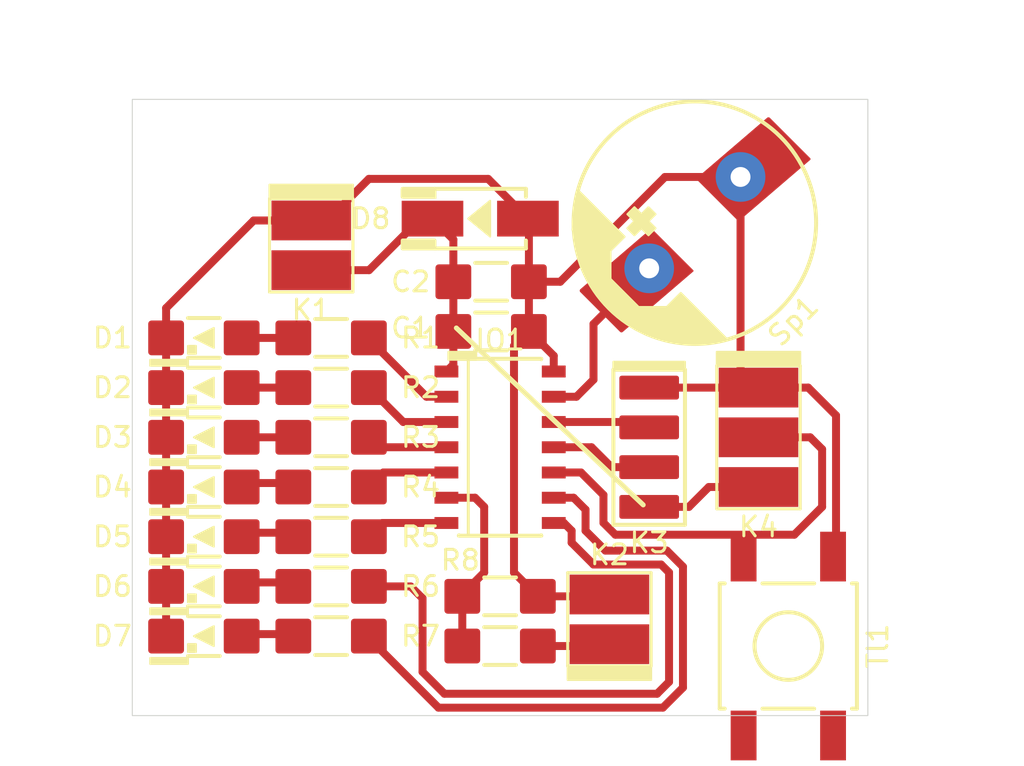
<source format=kicad_pcb>
(kicad_pcb (version 20240108) (generator "pcbnew") (generator_version "8.0")
  (layers (0 "F.Cu" signal) (31 "B.Cu" signal) (34 "B.Paste" user) (35 "F.Paste" user) (36 "B.SilkS" user "B.Silkscreen") (37 "F.SilkS" user "F.Silkscreen") (38 "B.Mask" user) (39 "F.Mask" user) (44 "Edge.Cuts" user))
  (net 0 "")
  (net 1 "GNDD")
  (net 2 "+5V")
  (net 3 "Net-(D1-A)")
  (net 4 "Net-(D2-A)")
  (net 5 "Net-(D3-A)")
  (net 6 "Net-(D4-A)")
  (net 7 "Net-(D5-A)")
  (net 8 "Net-(D6-A)")
  (net 9 "Net-(D7-A)")
  (net 10 "/LED1")
  (net 11 "/LED4")
  (net 12 "/LED2")
  (net 13 "/RxD")
  (net 14 "/LED3")
  (net 15 "/PIP")
  (net 16 "/UPDI+TL")
  (net 17 "/TxD")
  (net 18 "/LED6")
  (net 19 "/LED5")
  (net 20 "/LED0")
  (net 21 "Net-(K2-Pin_1)")
  (net 22 "/ADC")
  (footprint "_konektory:kon-1x2-s2x4" (layer "F.Cu") (at 96 56.0925)
    (property "Reference" "K1" (at 0 4.5 0) (layer "F.SilkS"))
    (property "Value" "dnp")
    (fp_line (start -2.1 -1.1) (end 2.1 -1.1) (stroke (width 0.15)) (layer "F.SilkS"))
    (fp_line (start -2.1 3.6) (end -2.1 -1.1) (stroke (width 0.15)) (layer "F.SilkS"))
    (fp_line (start 2.1 -1.1) (end 2.1 3.6) (stroke (width 0.15)) (layer "F.SilkS"))
    (fp_line (start 2.1 3.6) (end -2.1 3.6) (stroke (width 0.15)) (layer "F.SilkS"))
    (fp_poly (pts (xy 2.1 -1.1) (xy 2.1 -1.8) (xy -2.1 -1.8) (xy -2.1 -1.1)) (stroke (width 0.1)) (fill solid) (layer "F.SilkS"))
    (pad "1" smd rect (at 0 0) (size 4 2) (layers "F.Cu" "F.Paste" "F.Mask") (net 1 "GNDD"))
    (pad "2" smd rect (at 0 2.5) (size 4 2) (layers "F.Cu" "F.Paste" "F.Mask") (net 2 "+5V"))
  )
  (footprint "_pasivni:R_1206-hand" (layer "F.Cu") (at 105.05 59.175 180)
    (property "Reference" "C2" (at 4.05 0 0) (layer "F.SilkS"))
    (property "Value" "10µ")
    (fp_line (start -0.8 0.95) (end 0.8 0.95) (stroke (width 0.2)) (layer "F.SilkS"))
    (fp_line (start -0.8 -0.95) (end 0.8 -0.95) (stroke (width 0.2)) (layer "F.SilkS"))
    (pad "1" smd roundrect (at -1.9 0 180) (size 1.8 1.75) (layers "F.Cu" "F.Paste" "F.Mask") (roundrect_rratio 0.094) (net 1 "GNDD"))
    (pad "2" smd roundrect (at 1.9 0 180) (size 1.8 1.75) (layers "F.Cu" "F.Paste" "F.Mask") (roundrect_rratio 0.094) (net 2 "+5V"))
  )
  (footprint "_diskretni:LED1206-hand" (layer "F.Cu") (at 90.6 77)
    (property "Reference" "D7" (at -4.6 0 0) (layer "F.SilkS"))
    (property "Value" "Y")
    (fp_line (start -0.8 -1) (end 0.8 -1) (stroke (width 0.2)) (layer "F.SilkS"))
    (fp_line (start -0.8 1) (end 0.8 1) (stroke (width 0.2)) (layer "F.SilkS"))
    (fp_poly (pts (xy 0.5 -0.5) (xy 0.5 0.5) (xy -0.5 0)) (stroke (width 0.1)) (fill solid) (layer "F.SilkS"))
    (fp_poly (pts (xy -0.8 1.4) (xy -0.8 1.1) (xy -2.7 1.1) (xy -2.7 1.4)) (stroke (width 0.1)) (fill solid) (layer "F.SilkS"))
    (fp_poly (pts (xy -0.4 0.8) (xy -0.8 0.8) (xy -0.8 0.4) (xy -0.4 0.4)) (stroke (width 0.1)) (fill solid) (layer "F.SilkS"))
    (pad "1" smd roundrect (at -1.9 0) (size 1.8 1.75) (layers "F.Cu" "F.Paste" "F.Mask") (roundrect_rratio 0.094) (net 1 "GNDD"))
    (pad "2" smd roundrect (at 1.9 0) (size 1.8 1.75) (layers "F.Cu" "F.Paste" "F.Mask") (roundrect_rratio 0.088) (net 9 "Net-(D7-A)"))
  )
  (footprint "_io:SO14" (layer "F.Cu") (at 105.5 67.5)
    (property "Reference" "IO1" (at 0 -5.4 0) (layer "F.SilkS"))
    (property "Value" "ATtiny814")
    (fp_line (start -2.075 -4.45) (end 2.075 -4.45) (stroke (width 0.2)) (layer "F.SilkS"))
    (fp_line (start -2.075 4.45) (end -2.075 4.4) (stroke (width 0.15)) (layer "F.SilkS"))
    (fp_line (start -2.075 4.45) (end 2.075 4.45) (stroke (width 0.2)) (layer "F.SilkS"))
    (fp_line (start -1.6 -4.4) (end -1.6 4.4) (stroke (width 0.15)) (layer "F.SilkS"))
    (fp_line (start 2.075 -4.45) (end 2.075 -4.4) (stroke (width 0.15)) (layer "F.SilkS"))
    (fp_line (start 2.075 4.45) (end 2.075 4.4) (stroke (width 0.15)) (layer "F.SilkS"))
    (fp_poly (pts (xy -2.6 -4.4) (xy -1.2 -4.4) (xy -1.2 -4.8) (xy -2.6 -4.8)) (stroke (width 0.1)) (fill solid) (layer "F.SilkS"))
    (pad "1" smd rect (at -2.7 -3.81) (size 1.2 0.6) (layers "F.Cu" "F.Paste" "F.Mask") (net 2 "+5V"))
    (pad "2" smd rect (at -2.7 -2.54) (size 1.2 0.6) (layers "F.Cu" "F.Paste" "F.Mask") (net 20 "/LED0"))
    (pad "3" smd rect (at -2.7 -1.27) (size 1.2 0.6) (layers "F.Cu" "F.Paste" "F.Mask") (net 10 "/LED1"))
    (pad "4" smd rect (at -2.7 0) (size 1.2 0.6) (layers "F.Cu" "F.Paste" "F.Mask") (net 12 "/LED2"))
    (pad "5" smd rect (at -2.7 1.27) (size 1.2 0.6) (layers "F.Cu" "F.Paste" "F.Mask") (net 14 "/LED3"))
    (pad "6" smd rect (at -2.7 2.54) (size 1.2 0.6) (layers "F.Cu" "F.Paste" "F.Mask") (net 22 "/ADC"))
    (pad "7" smd rect (at -2.7 3.81) (size 1.2 0.6) (layers "F.Cu" "F.Paste" "F.Mask") (net 11 "/LED4"))
    (pad "8" smd rect (at 2.7 3.81) (size 1.2 0.6) (layers "F.Cu" "F.Paste" "F.Mask") (net 19 "/LED5"))
    (pad "9" smd rect (at 2.7 2.54) (size 1.2 0.6) (layers "F.Cu" "F.Paste" "F.Mask") (net 18 "/LED6"))
    (pad "10" smd rect (at 2.7 1.27) (size 1.2 0.6) (layers "F.Cu" "F.Paste" "F.Mask") (net 16 "/UPDI+TL"))
    (pad "11" smd rect (at 2.7 0) (size 1.2 0.6) (layers "F.Cu" "F.Paste" "F.Mask") (net 17 "/TxD"))
    (pad "12" smd rect (at 2.7 -1.27) (size 1.2 0.6) (layers "F.Cu" "F.Paste" "F.Mask") (net 13 "/RxD"))
    (pad "13" smd rect (at 2.7 -2.54) (size 1.2 0.6) (layers "F.Cu" "F.Paste" "F.Mask") (net 15 "/PIP"))
    (pad "14" smd rect (at 2.7 -3.81) (size 1.2 0.6) (layers "F.Cu" "F.Paste" "F.Mask") (net 1 "GNDD"))
  )
  (footprint "_konektory:kon-1x4-s1,2x3-P2" (layer "F.Cu") (at 113 67.5)
    (property "Reference" "K3" (at 0 4.8 0) (layer "F.SilkS"))
    (property "Value" "dnp")
    (fp_line (start -1.8 -3.9) (end 1.7 -3.9) (stroke (width 0.2)) (layer "F.SilkS"))
    (fp_line (start -1.8 3.9) (end -1.8 -3.9) (stroke (width 0.2)) (layer "F.SilkS"))
    (fp_line (start 1.7 -3.9) (end 1.8 -3.9) (stroke (width 0.2)) (layer "F.SilkS"))
    (fp_line (start 1.8 -3.9) (end 1.8 3.9) (stroke (width 0.2)) (layer "F.SilkS"))
    (fp_line (start 1.8 3.9) (end -1.8 3.9) (stroke (width 0.2)) (layer "F.SilkS"))
    (fp_poly (pts (xy 1.8 -3.9) (xy -1.8 -3.9) (xy -1.8 -4.3) (xy 1.8 -4.3)) (stroke (width 0.1)) (fill solid) (layer "F.SilkS"))
    (pad "1" smd roundrect (at 0 -3) (size 3 1.2) (layers "F.Cu" "F.Paste" "F.Mask") (roundrect_rratio 0.1) (net 1 "GNDD"))
    (pad "2" smd roundrect (at 0 -1) (size 3 1.2) (layers "F.Cu" "F.Paste" "F.Mask") (roundrect_rratio 0.1) (net 13 "/RxD"))
    (pad "3" smd roundrect (at 0 1) (size 3 1.2) (layers "F.Cu" "F.Paste" "F.Mask") (roundrect_rratio 0.1) (net 17 "/TxD"))
    (pad "4" smd roundrect (at 0 3) (size 3 1.2) (layers "F.Cu" "F.Paste" "F.Mask") (roundrect_rratio 0.1) (net 2 "+5V"))
  )
  (footprint "_konektory:kon-1x3-s2x4" (layer "F.Cu") (at 118.5 67)
    (property "Reference" "K4" (at 0 4.5 0) (layer "F.SilkS"))
    (property "Value" "dnp")
    (fp_line (start -2.1 -3.6) (end 2.1 -3.6) (stroke (width 0.15)) (layer "F.SilkS"))
    (fp_line (start -2.1 3.6) (end -2.1 -3.6) (stroke (width 0.15)) (layer "F.SilkS"))
    (fp_line (start 2.1 -3.6) (end 2.1 3.6) (stroke (width 0.15)) (layer "F.SilkS"))
    (fp_line (start 2.1 3.6) (end -2.1 3.6) (stroke (width 0.15)) (layer "F.SilkS"))
    (fp_poly (pts (xy 2.1 -3.6) (xy 2.1 -4.3) (xy -2.1 -4.3) (xy -2.1 -3.6)) (stroke (width 0.1)) (fill solid) (layer "F.SilkS"))
    (pad "1" smd rect (at 0 -2.5) (size 4 2) (layers "F.Cu" "F.Paste" "F.Mask") (net 1 "GNDD"))
    (pad "2" smd rect (at 0 0) (size 4 2) (layers "F.Cu" "F.Paste" "F.Mask") (net 16 "/UPDI+TL"))
    (pad "3" smd rect (at 0 2.5) (size 4 2) (layers "F.Cu" "F.Paste" "F.Mask") (net 2 "+5V"))
  )
  (footprint "_pasivni:R_1206-hand" (layer "F.Cu") (at 97 64.5 180)
    (property "Reference" "R2" (at -4.5 0 0) (layer "F.SilkS"))
    (property "Value" "3k 1%")
    (fp_line (start -0.8 0.95) (end 0.8 0.95) (stroke (width 0.2)) (layer "F.SilkS"))
    (fp_line (start -0.8 -0.95) (end 0.8 -0.95) (stroke (width 0.2)) (layer "F.SilkS"))
    (pad "1" smd roundrect (at -1.9 0 180) (size 1.8 1.75) (layers "F.Cu" "F.Paste" "F.Mask") (roundrect_rratio 0.094) (net 10 "/LED1"))
    (pad "2" smd roundrect (at 1.9 0 180) (size 1.8 1.75) (layers "F.Cu" "F.Paste" "F.Mask") (roundrect_rratio 0.094) (net 4 "Net-(D2-A)"))
  )
  (footprint "_pasivni:R_1206-hand" (layer "F.Cu") (at 97 77 180)
    (property "Reference" "R7" (at -4.5 0 0) (layer "F.SilkS"))
    (property "Value" "3k 1%")
    (fp_line (start -0.8 0.95) (end 0.8 0.95) (stroke (width 0.2)) (layer "F.SilkS"))
    (fp_line (start -0.8 -0.95) (end 0.8 -0.95) (stroke (width 0.2)) (layer "F.SilkS"))
    (pad "1" smd roundrect (at -1.9 0 180) (size 1.8 1.75) (layers "F.Cu" "F.Paste" "F.Mask") (roundrect_rratio 0.094) (net 18 "/LED6"))
    (pad "2" smd roundrect (at 1.9 0 180) (size 1.8 1.75) (layers "F.Cu" "F.Paste" "F.Mask") (roundrect_rratio 0.094) (net 9 "Net-(D7-A)"))
  )
  (footprint "_pasivni:R_1206-hand" (layer "F.Cu") (at 97 67 180)
    (property "Reference" "R3" (at -4.5 0 0) (layer "F.SilkS"))
    (property "Value" "3k 1%")
    (fp_line (start -0.8 0.95) (end 0.8 0.95) (stroke (width 0.2)) (layer "F.SilkS"))
    (fp_line (start -0.8 -0.95) (end 0.8 -0.95) (stroke (width 0.2)) (layer "F.SilkS"))
    (pad "1" smd roundrect (at -1.9 0 180) (size 1.8 1.75) (layers "F.Cu" "F.Paste" "F.Mask") (roundrect_rratio 0.094) (net 12 "/LED2"))
    (pad "2" smd roundrect (at 1.9 0 180) (size 1.8 1.75) (layers "F.Cu" "F.Paste" "F.Mask") (roundrect_rratio 0.094) (net 5 "Net-(D3-A)"))
  )
  (footprint "_diskretni:LED1206-hand" (layer "F.Cu") (at 90.6 67)
    (property "Reference" "D3" (at -4.6 0 0) (layer "F.SilkS"))
    (property "Value" "R")
    (fp_line (start -0.8 -1) (end 0.8 -1) (stroke (width 0.2)) (layer "F.SilkS"))
    (fp_line (start -0.8 1) (end 0.8 1) (stroke (width 0.2)) (layer "F.SilkS"))
    (fp_poly (pts (xy 0.5 -0.5) (xy 0.5 0.5) (xy -0.5 0)) (stroke (width 0.1)) (fill solid) (layer "F.SilkS"))
    (fp_poly (pts (xy -0.8 1.4) (xy -0.8 1.1) (xy -2.7 1.1) (xy -2.7 1.4)) (stroke (width 0.1)) (fill solid) (layer "F.SilkS"))
    (fp_poly (pts (xy -0.4 0.8) (xy -0.8 0.8) (xy -0.8 0.4) (xy -0.4 0.4)) (stroke (width 0.1)) (fill solid) (layer "F.SilkS"))
    (pad "1" smd roundrect (at -1.9 0) (size 1.8 1.75) (layers "F.Cu" "F.Paste" "F.Mask") (roundrect_rratio 0.094) (net 1 "GNDD"))
    (pad "2" smd roundrect (at 1.9 0) (size 1.8 1.75) (layers "F.Cu" "F.Paste" "F.Mask") (roundrect_rratio 0.088) (net 5 "Net-(D3-A)"))
  )
  (footprint "_ostatni:TD-03-hand" (layer "F.Cu") (at 120 77.5 -90)
    (property "Reference" "Tl1" (at 0 -4.5 90) (layer "F.SilkS"))
    (property "Value" "TACTM-34N-F")
    (fp_line (start -3.15 3.45) (end -3.15 3.2) (stroke (width 0.2)) (layer "F.SilkS"))
    (fp_line (start 3.15 3.45) (end -3.15 3.45) (stroke (width 0.2)) (layer "F.SilkS"))
    (fp_line (start 3.15 3.2) (end 3.15 3.45) (stroke (width 0.2)) (layer "F.SilkS"))
    (fp_line (start -3.15 1.3) (end -3.15 -1.3) (stroke (width 0.2)) (layer "F.SilkS"))
    (fp_line (start 3.15 -1.3) (end 3.15 1.3) (stroke (width 0.2)) (layer "F.SilkS"))
    (fp_line (start -3.15 -3.2) (end -3.15 -3.45) (stroke (width 0.2)) (layer "F.SilkS"))
    (fp_line (start -3.15 -3.45) (end 3.15 -3.45) (stroke (width 0.2)) (layer "F.SilkS"))
    (fp_line (start 3.15 -3.45) (end 3.15 -3.2) (stroke (width 0.2)) (layer "F.SilkS"))
    (fp_circle (center 0 0) (end 0 1.7) (stroke (width 0.2)) (fill none) (layer "F.SilkS"))
    (pad "1" smd rect (at -4.5 -2.25 270) (size 2.5 1.3) (layers "F.Cu" "F.Paste" "F.Mask") (net 1 "GNDD"))
    (pad "1" smd rect (at 4.5 -2.25 270) (size 2.5 1.3) (layers "F.Cu" "F.Paste" "F.Mask") (net 1 "GNDD"))
    (pad "2" smd rect (at -4.5 2.25 270) (size 2.5 1.3) (layers "F.Cu" "F.Paste" "F.Mask") (net 16 "/UPDI+TL"))
    (pad "2" smd rect (at 4.5 2.25 270) (size 2.5 1.3) (layers "F.Cu" "F.Paste" "F.Mask") (net 16 "/UPDI+TL"))
  )
  (footprint "_pasivni:R_1206-hand" (layer "F.Cu") (at 97 74.5 180)
    (property "Reference" "R6" (at -4.5 0 0) (layer "F.SilkS"))
    (property "Value" "3k 1%")
    (fp_line (start -0.8 0.95) (end 0.8 0.95) (stroke (width 0.2)) (layer "F.SilkS"))
    (fp_line (start -0.8 -0.95) (end 0.8 -0.95) (stroke (width 0.2)) (layer "F.SilkS"))
    (pad "1" smd roundrect (at -1.9 0 180) (size 1.8 1.75) (layers "F.Cu" "F.Paste" "F.Mask") (roundrect_rratio 0.094) (net 19 "/LED5"))
    (pad "2" smd roundrect (at 1.9 0 180) (size 1.8 1.75) (layers "F.Cu" "F.Paste" "F.Mask") (roundrect_rratio 0.094) (net 8 "Net-(D6-A)"))
  )
  (footprint "_diskretni:LED1206-hand" (layer "F.Cu") (at 90.6 62)
    (property "Reference" "D1" (at -4.6 0 0) (layer "F.SilkS"))
    (property "Value" "R")
    (fp_line (start -0.8 -1) (end 0.8 -1) (stroke (width 0.2)) (layer "F.SilkS"))
    (fp_line (start -0.8 1) (end 0.8 1) (stroke (width 0.2)) (layer "F.SilkS"))
    (fp_poly (pts (xy 0.5 -0.5) (xy 0.5 0.5) (xy -0.5 0)) (stroke (width 0.1)) (fill solid) (layer "F.SilkS"))
    (fp_poly (pts (xy -0.8 1.4) (xy -0.8 1.1) (xy -2.7 1.1) (xy -2.7 1.4)) (stroke (width 0.1)) (fill solid) (layer "F.SilkS"))
    (fp_poly (pts (xy -0.4 0.8) (xy -0.8 0.8) (xy -0.8 0.4) (xy -0.4 0.4)) (stroke (width 0.1)) (fill solid) (layer "F.SilkS"))
    (pad "1" smd roundrect (at -1.9 0) (size 1.8 1.75) (layers "F.Cu" "F.Paste" "F.Mask") (roundrect_rratio 0.094) (net 1 "GNDD"))
    (pad "2" smd roundrect (at 1.9 0) (size 1.8 1.75) (layers "F.Cu" "F.Paste" "F.Mask") (roundrect_rratio 0.088) (net 3 "Net-(D1-A)"))
  )
  (footprint "_pasivni:R_1206-hand" (layer "F.Cu") (at 105.5 75)
    (property "Reference" "R8" (at -2 -1.82 0) (layer "F.SilkS"))
    (property "Value" "3k 1%")
    (fp_line (start -0.8 -0.95) (end 0.8 -0.95) (stroke (width 0.2)) (layer "F.SilkS"))
    (fp_line (start -0.8 0.95) (end 0.8 0.95) (stroke (width 0.2)) (layer "F.SilkS"))
    (pad "1" smd roundrect (at -1.9 0) (size 1.8 1.75) (layers "F.Cu" "F.Paste" "F.Mask") (roundrect_rratio 0.094) (net 22 "/ADC"))
    (pad "2" smd roundrect (at 1.9 0) (size 1.8 1.75) (layers "F.Cu" "F.Paste" "F.Mask") (roundrect_rratio 0.094) (net 1 "GNDD"))
  )
  (footprint "_pasivni:R_1206-hand" (layer "F.Cu") (at 97 72 180)
    (property "Reference" "R5" (at -4.5 0 0) (layer "F.SilkS"))
    (property "Value" "3k 1%")
    (fp_line (start -0.8 0.95) (end 0.8 0.95) (stroke (width 0.2)) (layer "F.SilkS"))
    (fp_line (start -0.8 -0.95) (end 0.8 -0.95) (stroke (width 0.2)) (layer "F.SilkS"))
    (pad "1" smd roundrect (at -1.9 0 180) (size 1.8 1.75) (layers "F.Cu" "F.Paste" "F.Mask") (roundrect_rratio 0.094) (net 11 "/LED4"))
    (pad "2" smd roundrect (at 1.9 0 180) (size 1.8 1.75) (layers "F.Cu" "F.Paste" "F.Mask") (roundrect_rratio 0.094) (net 7 "Net-(D5-A)"))
  )
  (footprint "_diskretni:LED1206-hand" (layer "F.Cu") (at 90.6 74.5)
    (property "Reference" "D6" (at -4.6 0 0) (layer "F.SilkS"))
    (property "Value" "Y")
    (fp_line (start -0.8 -1) (end 0.8 -1) (stroke (width 0.2)) (layer "F.SilkS"))
    (fp_line (start -0.8 1) (end 0.8 1) (stroke (width 0.2)) (layer "F.SilkS"))
    (fp_poly (pts (xy 0.5 -0.5) (xy 0.5 0.5) (xy -0.5 0)) (stroke (width 0.1)) (fill solid) (layer "F.SilkS"))
    (fp_poly (pts (xy -0.8 1.4) (xy -0.8 1.1) (xy -2.7 1.1) (xy -2.7 1.4)) (stroke (width 0.1)) (fill solid) (layer "F.SilkS"))
    (fp_poly (pts (xy -0.4 0.8) (xy -0.8 0.8) (xy -0.8 0.4) (xy -0.4 0.4)) (stroke (width 0.1)) (fill solid) (layer "F.SilkS"))
    (pad "1" smd roundrect (at -1.9 0) (size 1.8 1.75) (layers "F.Cu" "F.Paste" "F.Mask") (roundrect_rratio 0.094) (net 1 "GNDD"))
    (pad "2" smd roundrect (at 1.9 0) (size 1.8 1.75) (layers "F.Cu" "F.Paste" "F.Mask") (roundrect_rratio 0.088) (net 8 "Net-(D6-A)"))
  )
  (footprint "_pasivni:R_1206-hand" (layer "F.Cu") (at 105.05 61.675 180)
    (property "Reference" "C1" (at 4.05 0.175 0) (layer "F.SilkS"))
    (property "Value" "100n")
    (fp_line (start -0.8 0.95) (end 0.8 0.95) (stroke (width 0.2)) (layer "F.SilkS"))
    (fp_line (start -0.8 -0.95) (end 0.8 -0.95) (stroke (width 0.2)) (layer "F.SilkS"))
    (pad "1" smd roundrect (at -1.9 0 180) (size 1.8 1.75) (layers "F.Cu" "F.Paste" "F.Mask") (roundrect_rratio 0.094) (net 1 "GNDD"))
    (pad "2" smd roundrect (at 1.9 0 180) (size 1.8 1.75) (layers "F.Cu" "F.Paste" "F.Mask") (roundrect_rratio 0.094) (net 2 "+5V"))
  )
  (footprint "_diskretni:LED1206-hand" (layer "F.Cu") (at 90.6 69.5)
    (property "Reference" "D4" (at -4.6 0 0) (layer "F.SilkS"))
    (property "Value" "R")
    (fp_line (start -0.8 -1) (end 0.8 -1) (stroke (width 0.2)) (layer "F.SilkS"))
    (fp_line (start -0.8 1) (end 0.8 1) (stroke (width 0.2)) (layer "F.SilkS"))
    (fp_poly (pts (xy 0.5 -0.5) (xy 0.5 0.5) (xy -0.5 0)) (stroke (width 0.1)) (fill solid) (layer "F.SilkS"))
    (fp_poly (pts (xy -0.8 1.4) (xy -0.8 1.1) (xy -2.7 1.1) (xy -2.7 1.4)) (stroke (width 0.1)) (fill solid) (layer "F.SilkS"))
    (fp_poly (pts (xy -0.4 0.8) (xy -0.8 0.8) (xy -0.8 0.4) (xy -0.4 0.4)) (stroke (width 0.1)) (fill solid) (layer "F.SilkS"))
    (pad "1" smd roundrect (at -1.9 0) (size 1.8 1.75) (layers "F.Cu" "F.Paste" "F.Mask") (roundrect_rratio 0.094) (net 1 "GNDD"))
    (pad "2" smd roundrect (at 1.9 0) (size 1.8 1.75) (layers "F.Cu" "F.Paste" "F.Mask") (roundrect_rratio 0.088) (net 6 "Net-(D4-A)"))
  )
  (footprint "_diskretni:LED1206-hand" (layer "F.Cu") (at 90.6 72)
    (property "Reference" "D5" (at -4.6 0 0) (layer "F.SilkS"))
    (property "Value" "Y")
    (fp_line (start -0.8 -1) (end 0.8 -1) (stroke (width 0.2)) (layer "F.SilkS"))
    (fp_line (start -0.8 1) (end 0.8 1) (stroke (width 0.2)) (layer "F.SilkS"))
    (fp_poly (pts (xy 0.5 -0.5) (xy 0.5 0.5) (xy -0.5 0)) (stroke (width 0.1)) (fill solid) (layer "F.SilkS"))
    (fp_poly (pts (xy -0.8 1.4) (xy -0.8 1.1) (xy -2.7 1.1) (xy -2.7 1.4)) (stroke (width 0.1)) (fill solid) (layer "F.SilkS"))
    (fp_poly (pts (xy -0.4 0.8) (xy -0.8 0.8) (xy -0.8 0.4) (xy -0.4 0.4)) (stroke (width 0.1)) (fill solid) (layer "F.SilkS"))
    (pad "1" smd roundrect (at -1.9 0) (size 1.8 1.75) (layers "F.Cu" "F.Paste" "F.Mask") (roundrect_rratio 0.094) (net 1 "GNDD"))
    (pad "2" smd roundrect (at 1.9 0) (size 1.8 1.75) (layers "F.Cu" "F.Paste" "F.Mask") (roundrect_rratio 0.088) (net 7 "Net-(D5-A)"))
  )
  (footprint "_ostatni:repro-D12-RM6.5-pol" (layer "F.Cu") (at 115.298097 56.201903 45)
    (property "Reference" "Sp1" (at 0 6.999999 45) (layer "F.SilkS"))
    (property "Value" "repro")
    (fp_circle (center 0 0) (end 6.099999 0) (stroke (width 0.2)) (fill none) (layer "F.SilkS"))
    (fp_poly (pts (xy -1.6 -2.2) (xy -1.1 -2.199999) (xy -1.1 -1.7) (xy -1.6 -1.7) (xy -1.6 -1.2) (xy -2.1 -1.2) (xy -2.1 -1.7) (xy -2.6 -1.7) (xy -2.600001 -2.2) (xy -2.1 -2.2) (xy -2.1 -2.7) (xy -1.6 -2.7)) (stroke (width 0.1)) (fill solid) (layer "F.SilkS"))
    (fp_poly (pts (xy -3 -2) (xy -4.000001 -2) (xy -5 -1) (xy -5 1) (xy -4.000001 2) (xy -3 2) (xy -3 5.3) (xy -4 4.6) (xy -5.2 3.2) (xy -5.7 2.3) (xy -6 1) (xy -6 -1.2) (xy -5.7 -2.2) (xy -4.6 -4.1) (xy -3 -5.3)) (stroke (width 0.1)) (fill solid) (layer "F.SilkS"))
    (pad "1" thru_hole circle (at -3.25 0 45) (size 2.5 2.5) (drill 1) (layers "*.Cu" "*.Mask") (net 15 "/PIP"))
    (pad "2" thru_hole circle (at 3.25 0 45) (size 2.5 2.5) (drill 1) (layers "*.Cu" "*.Mask") (net 1 "GNDD"))
  )
  (footprint "_pasivni:R_1206-hand" (layer "F.Cu") (at 97 69.5 180)
    (property "Reference" "R4" (at -4.5 0 0) (layer "F.SilkS"))
    (property "Value" "3k 1%")
    (fp_line (start -0.8 0.95) (end 0.8 0.95) (stroke (width 0.2)) (layer "F.SilkS"))
    (fp_line (start -0.8 -0.95) (end 0.8 -0.95) (stroke (width 0.2)) (layer "F.SilkS"))
    (pad "1" smd roundrect (at -1.9 0 180) (size 1.8 1.75) (layers "F.Cu" "F.Paste" "F.Mask") (roundrect_rratio 0.094) (net 14 "/LED3"))
    (pad "2" smd roundrect (at 1.9 0 180) (size 1.8 1.75) (layers "F.Cu" "F.Paste" "F.Mask") (roundrect_rratio 0.094) (net 6 "Net-(D4-A)"))
  )
  (footprint "_konektory:kon-1x2-s2x4" (layer "F.Cu") (at 111 77.4075 180)
    (property "Reference" "K2" (at 0 4.5 0) (layer "F.SilkS"))
    (property "Value" "dnp")
    (fp_line (start 2.1 3.6) (end -2.1 3.6) (stroke (width 0.15)) (layer "F.SilkS"))
    (fp_line (start 2.1 -1.1) (end 2.1 3.6) (stroke (width 0.15)) (layer "F.SilkS"))
    (fp_line (start -2.1 3.6) (end -2.1 -1.1) (stroke (width 0.15)) (layer "F.SilkS"))
    (fp_line (start -2.1 -1.1) (end 2.1 -1.1) (stroke (width 0.15)) (layer "F.SilkS"))
    (fp_poly (pts (xy 2.1 -1.1) (xy 2.1 -1.8) (xy -2.1 -1.8) (xy -2.1 -1.1)) (stroke (width 0.1)) (fill solid) (layer "F.SilkS"))
    (pad "1" smd rect (at 0 0 180) (size 4 2) (layers "F.Cu" "F.Paste" "F.Mask") (net 21 "Net-(K2-Pin_1)"))
    (pad "2" smd rect (at 0 2.5 180) (size 4 2) (layers "F.Cu" "F.Paste" "F.Mask") (net 1 "GNDD"))
  )
  (footprint "_pasivni:R_1206-hand" (layer "F.Cu") (at 97 62 180)
    (property "Reference" "R1" (at -4.5 0 0) (layer "F.SilkS"))
    (property "Value" "3k 1%")
    (fp_line (start -0.8 0.95) (end 0.8 0.95) (stroke (width 0.2)) (layer "F.SilkS"))
    (fp_line (start -0.8 -0.95) (end 0.8 -0.95) (stroke (width 0.2)) (layer "F.SilkS"))
    (pad "1" smd roundrect (at -1.9 0 180) (size 1.8 1.75) (layers "F.Cu" "F.Paste" "F.Mask") (roundrect_rratio 0.094) (net 20 "/LED0"))
    (pad "2" smd roundrect (at 1.9 0 180) (size 1.8 1.75) (layers "F.Cu" "F.Paste" "F.Mask") (roundrect_rratio 0.094) (net 3 "Net-(D1-A)"))
  )
  (footprint "_diskretni:D-SMA-hand" (layer "F.Cu") (at 104.5 56)
    (property "Reference" "D8" (at -5.5 0 0) (layer "F.SilkS"))
    (property "Value" "D-SMA")
    (fp_line (start -2.3 -1.5) (end 2.3 -1.5) (stroke (width 0.2)) (layer "F.SilkS"))
    (fp_line (start -2.3 1.5) (end 2.3 1.5) (stroke (width 0.2)) (layer "F.SilkS"))
    (fp_line (start 2.3 -1.5) (end 2.3 -1.1) (stroke (width 0.2)) (layer "F.SilkS"))
    (fp_line (start 2.3 1.5) (end 2.3 1.1) (stroke (width 0.2)) (layer "F.SilkS"))
    (fp_poly (pts (xy 0.5 -0.9) (xy 0.5 0.9) (xy -0.6 0)) (stroke (width 0.1)) (fill solid) (layer "F.SilkS"))
    (fp_poly (pts (xy -3.9 -1.5) (xy -2.3 -1.5) (xy -2.3 -1.1) (xy -3.9 -1.1)) (stroke (width 0.2)) (fill solid) (layer "F.SilkS"))
    (fp_poly (pts (xy -3.9 1.1) (xy -2.3 1.1) (xy -2.3 1.5) (xy -3.9 1.5)) (stroke (width 0.2)) (fill solid) (layer "F.SilkS"))
    (pad "1" smd rect (at -2.4 0) (size 3.1 1.8) (layers "F.Cu" "F.Paste" "F.Mask") (net 2 "+5V"))
    (pad "2" smd rect (at 2.4 0) (size 3.1 1.8) (layers "F.Cu" "F.Paste" "F.Mask") (net 1 "GNDD"))
  )
  (footprint "_pasivni:R_1206-hand" (layer "F.Cu") (at 105.5 77.5)
    (property "Reference" "R9" (hide yes))
    (property "Value" "27k 1%")
    (fp_line (start -0.8 -0.95) (end 0.8 -0.95) (stroke (width 0.2)) (layer "F.SilkS"))
    (fp_line (start -0.8 0.95) (end 0.8 0.95) (stroke (width 0.2)) (layer "F.SilkS"))
    (pad "1" smd roundrect (at -1.9 0) (size 1.8 1.75) (layers "F.Cu" "F.Paste" "F.Mask") (roundrect_rratio 0.094) (net 22 "/ADC"))
    (pad "2" smd roundrect (at 1.9 0) (size 1.8 1.75) (layers "F.Cu" "F.Paste" "F.Mask") (roundrect_rratio 0.094) (net 21 "Net-(K2-Pin_1)"))
  )
  (footprint "_diskretni:LED1206-hand" (layer "F.Cu") (at 90.6 64.5)
    (property "Reference" "D2" (at -4.6 0 0) (layer "F.SilkS"))
    (property "Value" "R")
    (fp_line (start -0.8 -1) (end 0.8 -1) (stroke (width 0.2)) (layer "F.SilkS"))
    (fp_line (start -0.8 1) (end 0.8 1) (stroke (width 0.2)) (layer "F.SilkS"))
    (fp_poly (pts (xy 0.5 -0.5) (xy 0.5 0.5) (xy -0.5 0)) (stroke (width 0.1)) (fill solid) (layer "F.SilkS"))
    (fp_poly (pts (xy -0.8 1.4) (xy -0.8 1.1) (xy -2.7 1.1) (xy -2.7 1.4)) (stroke (width 0.1)) (fill solid) (layer "F.SilkS"))
    (fp_poly (pts (xy -0.4 0.8) (xy -0.8 0.8) (xy -0.8 0.4) (xy -0.4 0.4)) (stroke (width 0.1)) (fill solid) (layer "F.SilkS"))
    (pad "1" smd roundrect (at -1.9 0) (size 1.8 1.75) (layers "F.Cu" "F.Paste" "F.Mask") (roundrect_rratio 0.094) (net 1 "GNDD"))
    (pad "2" smd roundrect (at 1.9 0) (size 1.8 1.75) (layers "F.Cu" "F.Paste" "F.Mask") (roundrect_rratio 0.088) (net 4 "Net-(D2-A)"))
  )
  (gr_poly (pts (xy 111.605882 61.623529) (xy 115.105882 58.623529) (xy 113.105882 56.623529) (xy 109.605882 59.623529)) (stroke (width 0.2)) (fill solid) (layer "F.Cu") (net 15))
  (gr_poly (pts (xy 117.5 56) (xy 121 53) (xy 119 51) (xy 115.5 54)) (stroke (width 0.2)) (fill solid) (layer "F.Cu") (net 1))
  (gr_line (start 112.7 70.4) (end 103.3 61.5) (stroke (width 0.25)) (layer "F.SilkS"))
  (gr_rect (start 87 50) (end 124 81) (stroke (width 0.05)) (fill none) (layer "Edge.Cuts"))
  (segment (start 106.95 61.675) (end 106.925 61.675) (width 0.4) (layer "F.Cu") (net 1))
  (segment (start 108.2 62.9) (end 106.975 61.675) (width 0.4) (layer "F.Cu") (net 1))
  (segment (start 106.95 61.675) (end 106.95 59.175) (width 0.4) (layer "F.Cu") (net 1))
  (segment (start 96 56.0925) (end 93.1075 56.0925) (width 0.4) (layer "F.Cu") (net 1))
  (segment (start 122.4 72.85) (end 122.4 65.9) (width 0.4) (layer "F.Cu") (net 1))
  (segment (start 108.525 59.175) (end 106.95 59.175) (width 0.4) (layer "F.Cu") (net 1))
  (segment (start 104.9 54) (end 98.9 54) (width 0.4) (layer "F.Cu") (net 1))
  (segment (start 108.2 63.69) (end 108.2 62.9) (width 0.4) (layer "F.Cu") (net 1))
  (segment (start 121 64.5) (end 118.5 64.5) (width 0.4) (layer "F.Cu") (net 1))
  (segment (start 117.596194 53.903806) (end 117.596194 63.596194) (width 0.4) (layer "F.Cu") (net 1))
  (segment (start 106.925 61.675) (end 106.2 62.4) (width 0.4) (layer "F.Cu") (net 1))
  (segment (start 106.2 62.4) (end 106.2 73.8) (width 0.4) (layer "F.Cu") (net 1))
  (segment (start 113.796194 53.903806) (end 108.525 59.175) (width 0.4) (layer "F.Cu") (net 1))
  (segment (start 107 59.125) (end 106.95 59.175) (width 0.4) (layer "F.Cu") (net 1))
  (segment (start 112 64.5) (end 118.5 64.5) (width 0.4) (layer "F.Cu") (net 1))
  (segment (start 93.1075 56.0925) (end 88.7 60.5) (width 0.4) (layer "F.Cu") (net 1))
  (segment (start 110.9075 75) (end 111 74.9075) (width 0.4) (layer "F.Cu") (net 1))
  (segment (start 98.9 54) (end 97.2 55.7) (width 0.4) (layer "F.Cu") (net 1))
  (segment (start 88.7 60.5) (end 88.7 62) (width 0.4) (layer "F.Cu") (net 1))
  (segment (start 117.596194 53.903806) (end 113.796194 53.903806) (width 0.4) (layer "F.Cu") (net 1))
  (segment (start 122.25 73) (end 122.4 72.85) (width 0.4) (layer "F.Cu") (net 1))
  (segment (start 117.596194 63.596194) (end 118.5 64.5) (width 0.4) (layer "F.Cu") (net 1))
  (segment (start 88.7 77) (end 88.7 61.9) (width 0.4) (layer "F.Cu") (net 1))
  (segment (start 122.4 65.9) (end 121 64.5) (width 0.4) (layer "F.Cu") (net 1))
  (segment (start 106.95 59.175) (end 106.95 56.05) (width 0.4) (layer "F.Cu") (net 1))
  (segment (start 107.4 75) (end 110.9075 75) (width 0.4) (layer "F.Cu") (net 1))
  (segment (start 106.975 61.675) (end 106.95 61.675) (width 0.4) (layer "F.Cu") (net 1))
  (segment (start 106.9 56) (end 104.9 54) (width 0.4) (layer "F.Cu") (net 1))
  (segment (start 106.2 73.8) (end 107.1 74.7) (width 0.4) (layer "F.Cu") (net 1))
  (segment (start 116 69.5) (end 118.5 69.5) (width 0.4) (layer "F.Cu") (net 2))
  (segment (start 102.1 56) (end 101.5 56) (width 0.4) (layer "F.Cu") (net 2))
  (segment (start 101.5 56) (end 98.9075 58.5925) (width 0.4) (layer "F.Cu") (net 2))
  (segment (start 115 70.5) (end 116 69.5) (width 0.4) (layer "F.Cu") (net 2))
  (segment (start 103.15 59.175) (end 103.15 63.34) (width 0.4) (layer "F.Cu") (net 2))
  (segment (start 103.15 57.05) (end 102.1 56) (width 0.4) (layer "F.Cu") (net 2))
  (segment (start 103.15 59.175) (end 103.15 57.05) (width 0.4) (layer "F.Cu") (net 2))
  (segment (start 113 70.5) (end 115 70.5) (width 0.4) (layer "F.Cu") (net 2))
  (segment (start 98.9075 58.5925) (end 96 58.5925) (width 0.4) (layer "F.Cu") (net 2))
  (segment (start 103.15 63.34) (end 102.8 63.69) (width 0.4) (layer "F.Cu") (net 2))
  (segment (start 95.1 62) (end 92.5 62) (width 0.4) (layer "F.Cu") (net 3))
  (segment (start 92.5 64.5) (end 95.1 64.5) (width 0.4) (layer "F.Cu") (net 4))
  (segment (start 95.1 67) (end 92.5 67) (width 0.4) (layer "F.Cu") (net 5))
  (segment (start 95.2 69.3) (end 92.6 69.3) (width 0.4) (layer "F.Cu") (net 6))
  (segment (start 92.6 71.8) (end 95.2 71.8) (width 0.4) (layer "F.Cu") (net 7))
  (segment (start 95.2 74.3) (end 92.6 74.3) (width 0.4) (layer "F.Cu") (net 8))
  (segment (start 95.1 76.9) (end 92.5 76.9) (width 0.4) (layer "F.Cu") (net 9))
  (segment (start 102.8 66.23) (end 100.63 66.23) (width 0.4) (layer "F.Cu") (net 10))
  (segment (start 100.63 66.23) (end 98.9 64.5) (width 0.4) (layer "F.Cu") (net 10))
  (segment (start 99.59 71.31) (end 98.9 72) (width 0.4) (layer "F.Cu") (net 11))
  (segment (start 102.8 71.31) (end 99.59 71.31) (width 0.4) (layer "F.Cu") (net 11))
  (segment (start 98.955 72.055) (end 98.9 72) (width 0.4) (layer "F.Cu") (net 11))
  (segment (start 102.8 67.5) (end 99.4 67.5) (width 0.4) (layer "F.Cu") (net 12))
  (segment (start 99.4 67.5) (end 98.9 67) (width 0.4) (layer "F.Cu") (net 12))
  (segment (start 112.73 66.23) (end 113 66.5) (width 0.4) (layer "F.Cu") (net 13))
  (segment (start 108.2 66.23) (end 112.73 66.23) (width 0.4) (layer "F.Cu") (net 13))
  (segment (start 99.2 69.5) (end 98.9 69.5) (width 0.4) (layer "F.Cu") (net 14))
  (segment (start 102.8 68.77) (end 99.63 68.77) (width 0.4) (layer "F.Cu") (net 14))
  (segment (start 99.63 68.77) (end 98.9 69.5) (width 0.4) (layer "F.Cu") (net 14))
  (segment (start 110.2 64.1) (end 110.2 61.3) (width 0.4) (layer "F.Cu") (net 15))
  (segment (start 108.2 64.96) (end 109.34 64.96) (width 0.4) (layer "F.Cu") (net 15))
  (segment (start 109.34 64.96) (end 110.2 64.1) (width 0.4) (layer "F.Cu") (net 15))
  (segment (start 110.2 61.3) (end 113 58.5) (width 0.4) (layer "F.Cu") (net 15))
  (segment (start 120.3 71.9) (end 111.3 71.9) (width 0.4) (layer "F.Cu") (net 16))
  (segment (start 109.57 68.77) (end 108.2 68.77) (width 0.4) (layer "F.Cu") (net 16))
  (segment (start 111.3 71.9) (end 110.7 71.3) (width 0.4) (layer "F.Cu") (net 16))
  (segment (start 121.7 70.5) (end 120.3 71.9) (width 0.4) (layer "F.Cu") (net 16))
  (segment (start 121.7 67.6) (end 121.7 70.5) (width 0.4) (layer "F.Cu") (net 16))
  (segment (start 110.7 69.9) (end 109.57 68.77) (width 0.4) (layer "F.Cu") (net 16))
  (segment (start 121.1 67) (end 121.7 67.6) (width 0.4) (layer "F.Cu") (net 16))
  (segment (start 118.5 67) (end 121.1 67) (width 0.4) (layer "F.Cu") (net 16))
  (segment (start 110.7 71.3) (end 110.7 69.9) (width 0.4) (layer "F.Cu") (net 16))
  (segment (start 111.1 68.5) (end 113 68.5) (width 0.4) (layer "F.Cu") (net 17))
  (segment (start 108.2 67.5) (end 110.1 67.5) (width 0.4) (layer "F.Cu") (net 17))
  (segment (start 110.1 67.5) (end 111.1 68.5) (width 0.4) (layer "F.Cu") (net 17))
  (segment (start 110.8 72.7) (end 113.88995 72.7) (width 0.4) (layer "F.Cu") (net 18))
  (segment (start 114.7 73.51005) (end 114.7 79.58995) (width 0.4) (layer "F.Cu") (net 18))
  (segment (start 98.9 77.1) (end 98.9 77) (width 0.4) (layer "F.Cu") (net 18))
  (segment (start 108.2 70.04) (end 109.2 70.04) (width 0.4) (layer "F.Cu") (net 18))
  (segment (start 109.8 70.64) (end 109.8 71.7) (width 0.4) (layer "F.Cu") (net 18))
  (segment (start 114.7 79.58995) (end 113.68995 80.6) (width 0.4) (layer "F.Cu") (net 18))
  (segment (start 109.2 70.04) (end 109.8 70.64) (width 0.4) (layer "F.Cu") (net 18))
  (segment (start 109.8 71.7) (end 110.8 72.7) (width 0.4) (layer "F.Cu") (net 18))
  (segment (start 102.4 80.6) (end 98.9 77.1) (width 0.4) (layer "F.Cu") (net 18))
  (segment (start 113.68995 80.6) (end 102.4 80.6) (width 0.4) (layer "F.Cu") (net 18))
  (segment (start 113.88995 72.7) (end 114.7 73.51005) (width 0.4) (layer "F.Cu") (net 18))
  (segment (start 113.4 79.9) (end 114 79.3) (width 0.4) (layer "F.Cu") (net 19))
  (segment (start 109.1 72.3) (end 109.1 71.7) (width 0.4) (layer "F.Cu") (net 19))
  (segment (start 108.71 71.31) (end 108.2 71.31) (width 0.4) (layer "F.Cu") (net 19))
  (segment (start 98.9 74.5) (end 101 74.5) (width 0.4) (layer "F.Cu") (net 19))
  (segment (start 114 73.8) (end 113.6 73.4) (width 0.4) (layer "F.Cu") (net 19))
  (segment (start 114 79.3) (end 114 73.8) (width 0.4) (layer "F.Cu") (net 19))
  (segment (start 101 74.5) (end 101.6 75.1) (width 0.4) (layer "F.Cu") (net 19))
  (segment (start 113.6 73.4) (end 110.2 73.4) (width 0.4) (layer "F.Cu") (net 19))
  (segment (start 101.6 78.8) (end 102.7 79.9) (width 0.4) (layer "F.Cu") (net 19))
  (segment (start 101.6 75.1) (end 101.6 78.8) (width 0.4) (layer "F.Cu") (net 19))
  (segment (start 110.2 73.4) (end 109.1 72.3) (width 0.4) (layer "F.Cu") (net 19))
  (segment (start 109.1 71.7) (end 108.71 71.31) (width 0.4) (layer "F.Cu") (net 19))
  (segment (start 102.7 79.9) (end 113.4 79.9) (width 0.4) (layer "F.Cu") (net 19))
  (segment (start 102.8 64.96) (end 101.8 64.96) (width 0.4) (layer "F.Cu") (net 20))
  (segment (start 101.8 64.96) (end 98.9 62.06) (width 0.4) (layer "F.Cu") (net 20))
  (segment (start 98.9 62.06) (end 98.9 62) (width 0.4) (layer "F.Cu") (net 20))
  (segment (start 110.9075 77.5) (end 111 77.4075) (width 0.4) (layer "F.Cu") (net 21))
  (segment (start 107.4 77.5) (end 110.9075 77.5) (width 0.4) (layer "F.Cu") (net 21))
  (segment (start 102.8 70.04) (end 104.24 70.04) (width 0.4) (layer "F.Cu") (net 22))
  (segment (start 103.6 77.5) (end 103.6 75) (width 0.4) (layer "F.Cu") (net 22))
  (segment (start 104.7 70.5) (end 104.7 73.8) (width 0.4) (layer "F.Cu") (net 22))
  (segment (start 104.24 70.04) (end 104.7 70.5) (width 0.4) (layer "F.Cu") (net 22))
  (segment (start 104.7 73.8) (end 104.1 74.4) (width 0.4) (layer "F.Cu") (net 22))
)
</source>
